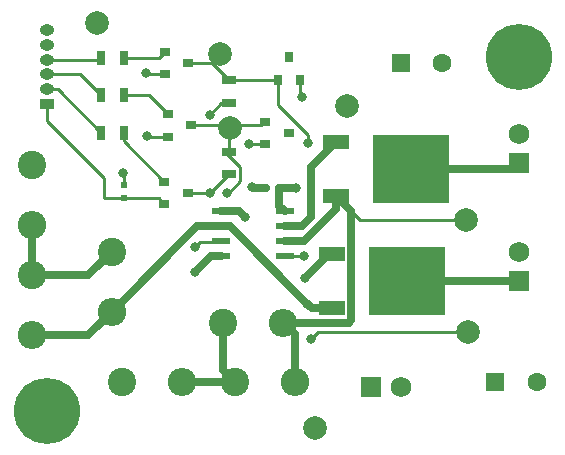
<source format=gbr>
%TF.GenerationSoftware,KiCad,Pcbnew,(5.1.10)-1*%
%TF.CreationDate,2021-08-14T12:20:45-07:00*%
%TF.ProjectId,EmitterDriverV2,456d6974-7465-4724-9472-697665725632,rev?*%
%TF.SameCoordinates,Original*%
%TF.FileFunction,Copper,L1,Top*%
%TF.FilePolarity,Positive*%
%FSLAX46Y46*%
G04 Gerber Fmt 4.6, Leading zero omitted, Abs format (unit mm)*
G04 Created by KiCad (PCBNEW (5.1.10)-1) date 2021-08-14 12:20:45*
%MOMM*%
%LPD*%
G01*
G04 APERTURE LIST*
%TA.AperFunction,ComponentPad*%
%ADD10C,5.600000*%
%TD*%
%TA.AperFunction,ComponentPad*%
%ADD11R,1.600000X1.600000*%
%TD*%
%TA.AperFunction,ComponentPad*%
%ADD12C,1.600000*%
%TD*%
%TA.AperFunction,SMDPad,CuDef*%
%ADD13R,0.500000X0.600000*%
%TD*%
%TA.AperFunction,SMDPad,CuDef*%
%ADD14R,0.600000X0.500000*%
%TD*%
%TA.AperFunction,SMDPad,CuDef*%
%ADD15R,0.900000X0.800000*%
%TD*%
%TA.AperFunction,SMDPad,CuDef*%
%ADD16R,0.800000X0.900000*%
%TD*%
%TA.AperFunction,ComponentPad*%
%ADD17R,1.750000X1.750000*%
%TD*%
%TA.AperFunction,ComponentPad*%
%ADD18C,1.750000*%
%TD*%
%TA.AperFunction,ComponentPad*%
%ADD19O,1.250000X0.950000*%
%TD*%
%TA.AperFunction,ComponentPad*%
%ADD20R,1.250000X0.950000*%
%TD*%
%TA.AperFunction,SMDPad,CuDef*%
%ADD21R,2.200000X1.200000*%
%TD*%
%TA.AperFunction,SMDPad,CuDef*%
%ADD22R,6.400000X5.800000*%
%TD*%
%TA.AperFunction,SMDPad,CuDef*%
%ADD23R,3.050000X2.750000*%
%TD*%
%TA.AperFunction,SMDPad,CuDef*%
%ADD24R,0.700000X1.300000*%
%TD*%
%TA.AperFunction,SMDPad,CuDef*%
%ADD25R,1.300000X0.700000*%
%TD*%
%TA.AperFunction,ComponentPad*%
%ADD26C,2.400000*%
%TD*%
%TA.AperFunction,ComponentPad*%
%ADD27O,2.400000X2.400000*%
%TD*%
%TA.AperFunction,SMDPad,CuDef*%
%ADD28R,1.550000X0.600000*%
%TD*%
%TA.AperFunction,ComponentPad*%
%ADD29C,2.000000*%
%TD*%
%TA.AperFunction,ViaPad*%
%ADD30C,0.800000*%
%TD*%
%TA.AperFunction,Conductor*%
%ADD31C,0.635000*%
%TD*%
%TA.AperFunction,Conductor*%
%ADD32C,0.250000*%
%TD*%
%TA.AperFunction,Conductor*%
%ADD33C,0.254000*%
%TD*%
G04 APERTURE END LIST*
D10*
%TO.P,REF\u002A\u002A,1*%
%TO.N,N/C*%
X75000000Y-45000000D03*
%TD*%
%TO.P,REF\u002A\u002A,1*%
%TO.N,N/C*%
X35000000Y-75000000D03*
%TD*%
D11*
%TO.P,C1,1*%
%TO.N,+BATT*%
X73000000Y-72500000D03*
D12*
%TO.P,C1,2*%
%TO.N,GND*%
X76500000Y-72500000D03*
%TD*%
%TO.P,C2,2*%
%TO.N,GND*%
X68500000Y-45500000D03*
D11*
%TO.P,C2,1*%
%TO.N,+BATT*%
X65000000Y-45500000D03*
%TD*%
D13*
%TO.P,C3,2*%
%TO.N,GND*%
X41540000Y-55900000D03*
%TO.P,C3,1*%
%TO.N,VCC*%
X41540000Y-57000000D03*
%TD*%
D14*
%TO.P,C4,1*%
%TO.N,+BATT*%
X54700000Y-56100000D03*
%TO.P,C4,2*%
%TO.N,GND*%
X53600000Y-56100000D03*
%TD*%
D15*
%TO.P,D1,1*%
%TO.N,Net-(D1-Pad1)*%
X53510000Y-50505000D03*
%TO.P,D1,2*%
%TO.N,GND*%
X53510000Y-52405000D03*
%TO.P,D1,3*%
%TO.N,Net-(D1-Pad3)*%
X55510000Y-51455000D03*
%TD*%
D16*
%TO.P,D2,3*%
%TO.N,Net-(D2-Pad3)*%
X55550000Y-45000000D03*
%TO.P,D2,2*%
%TO.N,GND*%
X56500000Y-47000000D03*
%TO.P,D2,1*%
%TO.N,Net-(D2-Pad1)*%
X54600000Y-47000000D03*
%TD*%
D17*
%TO.P,D3,1*%
%TO.N,Net-(D3-Pad1)*%
X75000000Y-64000000D03*
D18*
%TO.P,D3,2*%
%TO.N,+BATT*%
X75000000Y-61500000D03*
%TD*%
%TO.P,D4,2*%
%TO.N,+BATT*%
X75000000Y-51500000D03*
D17*
%TO.P,D4,1*%
%TO.N,Net-(D4-Pad1)*%
X75000000Y-54000000D03*
%TD*%
D19*
%TO.P,J1,6*%
%TO.N,N/C*%
X35000000Y-42750000D03*
%TO.P,J1,5*%
%TO.N,GND*%
X35000000Y-44000000D03*
%TO.P,J1,4*%
%TO.N,/Mod2*%
X35000000Y-45250000D03*
%TO.P,J1,3*%
%TO.N,/Mod1*%
X35000000Y-46500000D03*
%TO.P,J1,2*%
%TO.N,/PWM*%
X35000000Y-47750000D03*
D20*
%TO.P,J1,1*%
%TO.N,VCC*%
X35000000Y-49000000D03*
%TD*%
D18*
%TO.P,J2,2*%
%TO.N,GND*%
X65000000Y-73000000D03*
D17*
%TO.P,J2,1*%
%TO.N,+BATT*%
X62500000Y-73000000D03*
%TD*%
D15*
%TO.P,Q1,3*%
%TO.N,Net-(D1-Pad1)*%
X47255000Y-50820000D03*
%TO.P,Q1,2*%
%TO.N,GND*%
X45255000Y-51770000D03*
%TO.P,Q1,1*%
%TO.N,Net-(Q1-Pad1)*%
X45255000Y-49870000D03*
%TD*%
%TO.P,Q2,3*%
%TO.N,Net-(Q2-Pad3)*%
X46985000Y-56535000D03*
%TO.P,Q2,2*%
%TO.N,VCC*%
X44985000Y-57485000D03*
%TO.P,Q2,1*%
%TO.N,Net-(Q2-Pad1)*%
X44985000Y-55585000D03*
%TD*%
%TO.P,Q3,1*%
%TO.N,Net-(Q3-Pad1)*%
X45000000Y-44600000D03*
%TO.P,Q3,2*%
%TO.N,GND*%
X45000000Y-46500000D03*
%TO.P,Q3,3*%
%TO.N,Net-(D2-Pad1)*%
X47000000Y-45550000D03*
%TD*%
D21*
%TO.P,Q4,1*%
%TO.N,Net-(Q4-Pad1)*%
X59200000Y-61720000D03*
%TO.P,Q4,3*%
%TO.N,Net-(Q4-Pad3)*%
X59200000Y-66280000D03*
D22*
%TO.P,Q4,2*%
%TO.N,Net-(D3-Pad1)*%
X65500000Y-64000000D03*
D23*
X67175000Y-65525000D03*
X63825000Y-62475000D03*
X67175000Y-62475000D03*
X63825000Y-65525000D03*
%TD*%
%TO.P,Q5,2*%
%TO.N,Net-(D4-Pad1)*%
X64150000Y-56000000D03*
X67500000Y-52950000D03*
X64150000Y-52950000D03*
X67500000Y-56000000D03*
D22*
X65825000Y-54475000D03*
D21*
%TO.P,Q5,3*%
%TO.N,Net-(Q5-Pad3)*%
X59525000Y-56755000D03*
%TO.P,Q5,1*%
%TO.N,Net-(Q5-Pad1)*%
X59525000Y-52195000D03*
%TD*%
D24*
%TO.P,R1,1*%
%TO.N,Net-(Q1-Pad1)*%
X41540000Y-48280000D03*
%TO.P,R1,2*%
%TO.N,/Mod1*%
X39640000Y-48280000D03*
%TD*%
%TO.P,R2,2*%
%TO.N,/PWM*%
X39640000Y-51455000D03*
%TO.P,R2,1*%
%TO.N,Net-(Q2-Pad1)*%
X41540000Y-51455000D03*
%TD*%
%TO.P,R3,1*%
%TO.N,Net-(Q3-Pad1)*%
X41540000Y-45105000D03*
%TO.P,R3,2*%
%TO.N,/Mod2*%
X39640000Y-45105000D03*
%TD*%
D25*
%TO.P,R4,2*%
%TO.N,Net-(D1-Pad1)*%
X50430000Y-53045000D03*
%TO.P,R4,1*%
%TO.N,Net-(Q2-Pad3)*%
X50430000Y-54945000D03*
%TD*%
%TO.P,R5,2*%
%TO.N,Net-(D2-Pad1)*%
X50430000Y-47010000D03*
%TO.P,R5,1*%
%TO.N,Net-(Q2-Pad3)*%
X50430000Y-48910000D03*
%TD*%
D26*
%TO.P,R8,1*%
%TO.N,Net-(R12-Pad2)*%
X33760000Y-63500000D03*
D27*
%TO.P,R8,2*%
%TO.N,Net-(Q4-Pad3)*%
X33760000Y-68580000D03*
%TD*%
%TO.P,R9,2*%
%TO.N,Net-(Q4-Pad3)*%
X40500000Y-66580000D03*
D26*
%TO.P,R9,1*%
%TO.N,Net-(R12-Pad2)*%
X40500000Y-61500000D03*
%TD*%
D27*
%TO.P,R10,2*%
%TO.N,Net-(Q5-Pad3)*%
X56000000Y-72500000D03*
D26*
%TO.P,R10,1*%
%TO.N,Net-(R10-Pad1)*%
X50920000Y-72500000D03*
%TD*%
D27*
%TO.P,R11,2*%
%TO.N,Net-(Q5-Pad3)*%
X55000000Y-67500000D03*
D26*
%TO.P,R11,1*%
%TO.N,Net-(R10-Pad1)*%
X49920000Y-67500000D03*
%TD*%
%TO.P,R12,1*%
%TO.N,GND*%
X33760000Y-54185000D03*
D27*
%TO.P,R12,2*%
%TO.N,Net-(R12-Pad2)*%
X33760000Y-59265000D03*
%TD*%
D26*
%TO.P,R13,1*%
%TO.N,GND*%
X41420000Y-72500000D03*
D27*
%TO.P,R13,2*%
%TO.N,Net-(R10-Pad1)*%
X46500000Y-72500000D03*
%TD*%
D28*
%TO.P,U1,8*%
%TO.N,+BATT*%
X55200000Y-58095000D03*
%TO.P,U1,7*%
%TO.N,Net-(Q5-Pad1)*%
X55200000Y-59365000D03*
%TO.P,U1,6*%
%TO.N,Net-(Q5-Pad3)*%
X55200000Y-60635000D03*
%TO.P,U1,5*%
%TO.N,Net-(D2-Pad1)*%
X55200000Y-61905000D03*
%TO.P,U1,4*%
%TO.N,GND*%
X49800000Y-61905000D03*
%TO.P,U1,3*%
%TO.N,Net-(D1-Pad1)*%
X49800000Y-60635000D03*
%TO.P,U1,2*%
%TO.N,Net-(Q4-Pad3)*%
X49800000Y-59365000D03*
%TO.P,U1,1*%
%TO.N,Net-(Q4-Pad1)*%
X49800000Y-58095000D03*
%TD*%
D29*
%TO.P,BATT,1*%
%TO.N,+BATT*%
X60400000Y-49200000D03*
%TD*%
%TO.P,GND,1*%
%TO.N,GND*%
X57700000Y-76400000D03*
%TD*%
%TO.P,TP3,1*%
%TO.N,Net-(D1-Pad1)*%
X50500000Y-51000000D03*
%TD*%
%TO.P,TP4,1*%
%TO.N,Net-(D2-Pad1)*%
X49700000Y-44800000D03*
%TD*%
%TO.P,TP5,1*%
%TO.N,Net-(Q5-Pad3)*%
X70500000Y-58800000D03*
%TD*%
%TO.P,TP6,1*%
%TO.N,Net-(Q4-Pad3)*%
X70700000Y-68300000D03*
%TD*%
%TO.P,GND,1*%
%TO.N,GND*%
X39300000Y-42100000D03*
%TD*%
D30*
%TO.N,+BATT*%
X56100000Y-56100000D03*
%TO.N,GND*%
X41500000Y-54800000D03*
X43500000Y-51700000D03*
X43400000Y-46400000D03*
X56600000Y-48400000D03*
X52400000Y-56000000D03*
X47600000Y-63200000D03*
X52100000Y-52400000D03*
%TO.N,Net-(D1-Pad1)*%
X50300000Y-56500000D03*
X47600000Y-61100000D03*
%TO.N,Net-(D2-Pad1)*%
X57100000Y-52300000D03*
X56800000Y-61900000D03*
%TO.N,Net-(Q2-Pad3)*%
X48800000Y-49900000D03*
X48840000Y-56535000D03*
%TO.N,Net-(Q4-Pad1)*%
X56900000Y-63700000D03*
X51800000Y-58600000D03*
%TO.N,Net-(Q4-Pad3)*%
X57400000Y-68900000D03*
X57085751Y-65914249D03*
%TD*%
D31*
%TO.N,+BATT*%
X54700000Y-57595000D02*
X55200000Y-58095000D01*
X54700000Y-56100000D02*
X54700000Y-57595000D01*
X54700000Y-56100000D02*
X56100000Y-56100000D01*
D32*
%TO.N,GND*%
X41540000Y-54840000D02*
X41500000Y-54800000D01*
X41540000Y-55900000D02*
X41540000Y-54840000D01*
X43570000Y-51770000D02*
X43500000Y-51700000D01*
X45255000Y-51770000D02*
X43570000Y-51770000D01*
X43500000Y-46500000D02*
X43400000Y-46400000D01*
X45000000Y-46500000D02*
X43500000Y-46500000D01*
X56500000Y-48300000D02*
X56600000Y-48400000D01*
X56500000Y-47000000D02*
X56500000Y-48300000D01*
D31*
X52500000Y-56100000D02*
X52400000Y-56000000D01*
X53600000Y-56100000D02*
X52500000Y-56100000D01*
X49800000Y-61905000D02*
X48895000Y-61905000D01*
X48895000Y-61905000D02*
X47600000Y-63200000D01*
D32*
X52105000Y-52405000D02*
X52100000Y-52400000D01*
X53510000Y-52405000D02*
X52105000Y-52405000D01*
%TO.N,VCC*%
X35000000Y-49000000D02*
X35000000Y-50400000D01*
X35000000Y-50400000D02*
X39900000Y-55300000D01*
X39900000Y-55300000D02*
X39900000Y-57000000D01*
X39900000Y-57000000D02*
X41540000Y-57000000D01*
X44500000Y-57000000D02*
X44985000Y-57485000D01*
X41540000Y-57000000D02*
X44500000Y-57000000D01*
%TO.N,Net-(D1-Pad1)*%
X53195000Y-50820000D02*
X53510000Y-50505000D01*
X50430000Y-50870000D02*
X50380000Y-50820000D01*
X50430000Y-53045000D02*
X50430000Y-50870000D01*
X50380000Y-50820000D02*
X53195000Y-50820000D01*
X47255000Y-50820000D02*
X50380000Y-50820000D01*
X51405001Y-55555001D02*
X50460002Y-56500000D01*
X51405001Y-54334999D02*
X51405001Y-55555001D01*
X50460002Y-56500000D02*
X50300000Y-56500000D01*
X50115002Y-53045000D02*
X51405001Y-54334999D01*
X50430000Y-53045000D02*
X50115002Y-53045000D01*
X47600000Y-61100000D02*
X48000000Y-60700000D01*
X49735000Y-60700000D02*
X49800000Y-60635000D01*
X48000000Y-60700000D02*
X49735000Y-60700000D01*
%TO.N,Net-(D2-Pad1)*%
X48970000Y-45550000D02*
X50430000Y-47010000D01*
X47000000Y-45550000D02*
X48970000Y-45550000D01*
X54590000Y-47010000D02*
X54600000Y-47000000D01*
X50430000Y-47010000D02*
X54590000Y-47010000D01*
X54600000Y-49109998D02*
X57100000Y-51609998D01*
X57100000Y-51609998D02*
X57100000Y-52300000D01*
X54600000Y-47000000D02*
X54600000Y-49109998D01*
X55205000Y-61900000D02*
X55200000Y-61905000D01*
X56800000Y-61900000D02*
X55205000Y-61900000D01*
X49700000Y-44820000D02*
X48970000Y-45550000D01*
X49700000Y-44800000D02*
X49700000Y-44820000D01*
D31*
%TO.N,Net-(D3-Pad1)*%
X65500000Y-64000000D02*
X75000000Y-64000000D01*
%TO.N,Net-(D4-Pad1)*%
X74525000Y-54475000D02*
X75000000Y-54000000D01*
X65825000Y-54475000D02*
X74525000Y-54475000D01*
D32*
%TO.N,/Mod2*%
X39495000Y-45250000D02*
X39640000Y-45105000D01*
X35000000Y-45250000D02*
X39495000Y-45250000D01*
%TO.N,/Mod1*%
X37860000Y-46500000D02*
X39640000Y-48280000D01*
X35000000Y-46500000D02*
X37860000Y-46500000D01*
%TO.N,/PWM*%
X35935000Y-47750000D02*
X39640000Y-51455000D01*
X35000000Y-47750000D02*
X35935000Y-47750000D01*
%TO.N,Net-(Q1-Pad1)*%
X43665000Y-48280000D02*
X45255000Y-49870000D01*
X41540000Y-48280000D02*
X43665000Y-48280000D01*
%TO.N,Net-(Q2-Pad3)*%
X48840000Y-56535000D02*
X50430000Y-54945000D01*
X46985000Y-56535000D02*
X48840000Y-56535000D01*
X49790000Y-48910000D02*
X48800000Y-49900000D01*
X50430000Y-48910000D02*
X49790000Y-48910000D01*
%TO.N,Net-(Q2-Pad1)*%
X41540000Y-52140000D02*
X44985000Y-55585000D01*
X41540000Y-51455000D02*
X41540000Y-52140000D01*
%TO.N,Net-(Q3-Pad1)*%
X44495000Y-45105000D02*
X45000000Y-44600000D01*
X41540000Y-45105000D02*
X44495000Y-45105000D01*
D31*
%TO.N,Net-(Q4-Pad1)*%
X58880000Y-61720000D02*
X56900000Y-63700000D01*
X59200000Y-61720000D02*
X58880000Y-61720000D01*
X51295000Y-58095000D02*
X49800000Y-58095000D01*
X51800000Y-58600000D02*
X51295000Y-58095000D01*
%TO.N,Net-(Q4-Pad3)*%
X38500000Y-68580000D02*
X40500000Y-66580000D01*
X33760000Y-68580000D02*
X38500000Y-68580000D01*
X47715000Y-59365000D02*
X49800000Y-59365000D01*
X40500000Y-66580000D02*
X47715000Y-59365000D01*
X57451502Y-66280000D02*
X59200000Y-66280000D01*
X49800000Y-59365000D02*
X50536502Y-59365000D01*
D33*
X58000000Y-68300000D02*
X57400000Y-68900000D01*
X70700000Y-68300000D02*
X58000000Y-68300000D01*
D31*
X57085751Y-65914249D02*
X57451502Y-66280000D01*
X50536502Y-59365000D02*
X57085751Y-65914249D01*
%TO.N,Net-(Q5-Pad3)*%
X56000000Y-68500000D02*
X55000000Y-67500000D01*
X56000000Y-72500000D02*
X56000000Y-68500000D01*
X55200000Y-60635000D02*
X56765000Y-60635000D01*
X59525000Y-57875000D02*
X59525000Y-56755000D01*
X56765000Y-60635000D02*
X59525000Y-57875000D01*
X60817501Y-67294001D02*
X60817501Y-58047501D01*
X60611502Y-67500000D02*
X60817501Y-67294001D01*
X60817501Y-58047501D02*
X59525000Y-56755000D01*
X55000000Y-67500000D02*
X60611502Y-67500000D01*
D33*
X61570000Y-58800000D02*
X59525000Y-56755000D01*
X70500000Y-58800000D02*
X61570000Y-58800000D01*
D31*
%TO.N,Net-(Q5-Pad1)*%
X56610000Y-59365000D02*
X57400000Y-58575000D01*
X55200000Y-59365000D02*
X56610000Y-59365000D01*
X57400000Y-54320000D02*
X59525000Y-52195000D01*
X57400000Y-58575000D02*
X57400000Y-54320000D01*
%TO.N,Net-(R12-Pad2)*%
X33760000Y-59265000D02*
X33760000Y-63500000D01*
X38500000Y-63500000D02*
X40500000Y-61500000D01*
X33760000Y-63500000D02*
X38500000Y-63500000D01*
%TO.N,Net-(R10-Pad1)*%
X49920000Y-71500000D02*
X50920000Y-72500000D01*
X49920000Y-67500000D02*
X49920000Y-71500000D01*
X46500000Y-72500000D02*
X50920000Y-72500000D01*
%TD*%
M02*

</source>
